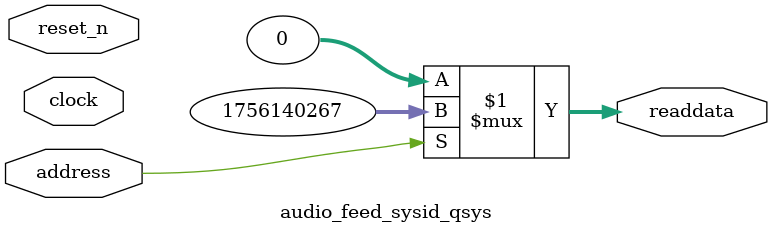
<source format=v>



// synthesis translate_off
`timescale 1ns / 1ps
// synthesis translate_on

// turn off superfluous verilog processor warnings 
// altera message_level Level1 
// altera message_off 10034 10035 10036 10037 10230 10240 10030 

module audio_feed_sysid_qsys (
               // inputs:
                address,
                clock,
                reset_n,

               // outputs:
                readdata
             )
;

  output  [ 31: 0] readdata;
  input            address;
  input            clock;
  input            reset_n;

  wire    [ 31: 0] readdata;
  //control_slave, which is an e_avalon_slave
  assign readdata = address ? 1756140267 : 0;

endmodule



</source>
